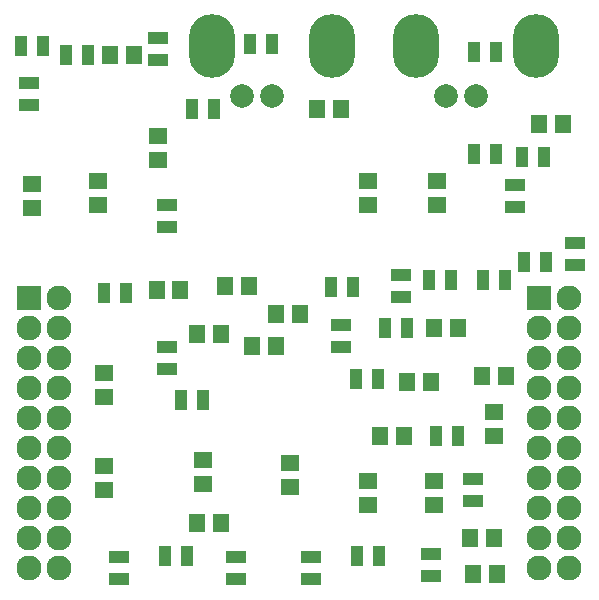
<source format=gbr>
G04 #@! TF.FileFunction,Soldermask,Bot*
%FSLAX46Y46*%
G04 Gerber Fmt 4.6, Leading zero omitted, Abs format (unit mm)*
G04 Created by KiCad (PCBNEW 4.0.1-stable) date Monday, May 09, 2016 'AMt' 09:31:45 AM*
%MOMM*%
G01*
G04 APERTURE LIST*
%ADD10C,0.100000*%
%ADD11R,2.127200X2.127200*%
%ADD12O,2.127200X2.127200*%
%ADD13R,1.650000X1.400000*%
%ADD14R,1.400000X1.650000*%
%ADD15O,3.900120X5.401260*%
%ADD16C,2.000200*%
%ADD17R,1.700000X1.100000*%
%ADD18R,1.100000X1.700000*%
G04 APERTURE END LIST*
D10*
D11*
X91694000Y-160274000D03*
D12*
X94234000Y-160274000D03*
X91694000Y-162814000D03*
X94234000Y-162814000D03*
X91694000Y-165354000D03*
X94234000Y-165354000D03*
X91694000Y-167894000D03*
X94234000Y-167894000D03*
X91694000Y-170434000D03*
X94234000Y-170434000D03*
X91694000Y-172974000D03*
X94234000Y-172974000D03*
X91694000Y-175514000D03*
X94234000Y-175514000D03*
X91694000Y-178054000D03*
X94234000Y-178054000D03*
X91694000Y-180594000D03*
X94234000Y-180594000D03*
X91694000Y-183134000D03*
X94234000Y-183134000D03*
X134874000Y-175514000D03*
X134874000Y-178054000D03*
X134874000Y-172974000D03*
X137414000Y-172974000D03*
X137414000Y-178054000D03*
X137414000Y-175514000D03*
X134874000Y-170434000D03*
X134874000Y-167894000D03*
X137414000Y-167894000D03*
X137414000Y-170434000D03*
X137414000Y-165354000D03*
X134874000Y-165354000D03*
D11*
X134874000Y-160274000D03*
D12*
X137414000Y-162814000D03*
X134874000Y-162814000D03*
X137414000Y-160274000D03*
X134874000Y-183134000D03*
X137414000Y-183134000D03*
X137414000Y-180594000D03*
X134874000Y-180594000D03*
D13*
X98044000Y-176514000D03*
X98044000Y-174514000D03*
X97536000Y-150400000D03*
X97536000Y-152400000D03*
X126238000Y-150384000D03*
X126238000Y-152384000D03*
D14*
X100568000Y-139700000D03*
X98568000Y-139700000D03*
D13*
X113792000Y-176260000D03*
X113792000Y-174260000D03*
X106426000Y-176006000D03*
X106426000Y-174006000D03*
D14*
X105934000Y-179324000D03*
X107934000Y-179324000D03*
D13*
X125984000Y-175768000D03*
X125984000Y-177768000D03*
X120396000Y-175784000D03*
X120396000Y-177784000D03*
X120396000Y-152384000D03*
X120396000Y-150384000D03*
X91948000Y-152638000D03*
X91948000Y-150638000D03*
X102616000Y-146574000D03*
X102616000Y-148574000D03*
D14*
X110617000Y-164338000D03*
X112617000Y-164338000D03*
X123730000Y-167386000D03*
X125730000Y-167386000D03*
X123412000Y-171958000D03*
X121412000Y-171958000D03*
X127984000Y-162814000D03*
X125984000Y-162814000D03*
X134890000Y-145542000D03*
X136890000Y-145542000D03*
D13*
X131064000Y-169926000D03*
X131064000Y-171926000D03*
D14*
X114649000Y-161671000D03*
X112649000Y-161671000D03*
X132048000Y-166878000D03*
X130048000Y-166878000D03*
X118094000Y-144272000D03*
X116094000Y-144272000D03*
X108331000Y-159258000D03*
X110331000Y-159258000D03*
X102521000Y-159639000D03*
X104521000Y-159639000D03*
D13*
X98044000Y-166640000D03*
X98044000Y-168640000D03*
D14*
X105950000Y-163322000D03*
X107950000Y-163322000D03*
X131064000Y-180594000D03*
X129064000Y-180594000D03*
X131318000Y-183642000D03*
X129318000Y-183642000D03*
D15*
X107170220Y-138912600D03*
X117368320Y-138912600D03*
D16*
X112268000Y-143177260D03*
X109768640Y-143177260D03*
D15*
X124442220Y-138912600D03*
X134640320Y-138912600D03*
D16*
X129540000Y-143177260D03*
X127040640Y-143177260D03*
D17*
X103378000Y-152400000D03*
X103378000Y-154300000D03*
D18*
X127442000Y-158750000D03*
X125542000Y-158750000D03*
D17*
X102616000Y-138242000D03*
X102616000Y-140142000D03*
D18*
X103190000Y-182118000D03*
X105090000Y-182118000D03*
X119446000Y-182118000D03*
X121346000Y-182118000D03*
D17*
X109220000Y-184084000D03*
X109220000Y-182184000D03*
X115570000Y-184084000D03*
X115570000Y-182184000D03*
X99314000Y-182184000D03*
X99314000Y-184084000D03*
X125730000Y-183830000D03*
X125730000Y-181930000D03*
D18*
X90998000Y-138938000D03*
X92898000Y-138938000D03*
X94808000Y-139700000D03*
X96708000Y-139700000D03*
D17*
X91694000Y-142052000D03*
X91694000Y-143952000D03*
D18*
X132014000Y-158750000D03*
X130114000Y-158750000D03*
X107376000Y-144272000D03*
X105476000Y-144272000D03*
D17*
X132842000Y-150688000D03*
X132842000Y-152588000D03*
X129286000Y-175580000D03*
X129286000Y-177480000D03*
D18*
X128016000Y-171958000D03*
X126116000Y-171958000D03*
X133416000Y-148336000D03*
X135316000Y-148336000D03*
X129352000Y-139446000D03*
X131252000Y-139446000D03*
D17*
X137922000Y-157480000D03*
X137922000Y-155580000D03*
D18*
X119126000Y-159385000D03*
X117226000Y-159385000D03*
D17*
X118110000Y-162560000D03*
X118110000Y-164460000D03*
D18*
X135504000Y-157226000D03*
X133604000Y-157226000D03*
X121798000Y-162814000D03*
X123698000Y-162814000D03*
D17*
X123190000Y-158308000D03*
X123190000Y-160208000D03*
D18*
X131252000Y-148082000D03*
X129352000Y-148082000D03*
X106426000Y-168910000D03*
X104526000Y-168910000D03*
X99944000Y-159893000D03*
X98044000Y-159893000D03*
X121285000Y-167132000D03*
X119385000Y-167132000D03*
D17*
X103378000Y-164404000D03*
X103378000Y-166304000D03*
D18*
X112268000Y-138811000D03*
X110368000Y-138811000D03*
M02*

</source>
